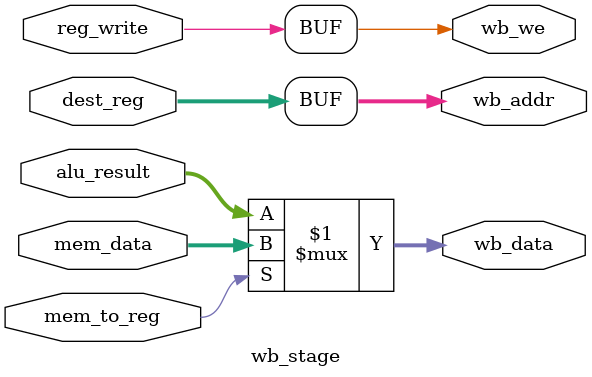
<source format=v>
module wb_stage (
    input  wire        reg_write,
    input  wire        mem_to_reg,
    input  wire [4:0]  dest_reg,
    input  wire [31:0] alu_result,
    input  wire [31:0] mem_data,
    output wire        wb_we,
    output wire [4:0]  wb_addr,
    output wire [31:0] wb_data
);
    assign wb_we   = reg_write;
    assign wb_addr = dest_reg;
    assign wb_data = mem_to_reg ? mem_data : alu_result;
endmodule

</source>
